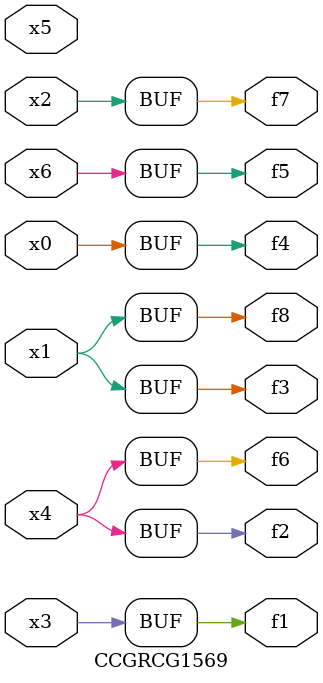
<source format=v>
module CCGRCG1569(
	input x0, x1, x2, x3, x4, x5, x6,
	output f1, f2, f3, f4, f5, f6, f7, f8
);
	assign f1 = x3;
	assign f2 = x4;
	assign f3 = x1;
	assign f4 = x0;
	assign f5 = x6;
	assign f6 = x4;
	assign f7 = x2;
	assign f8 = x1;
endmodule

</source>
